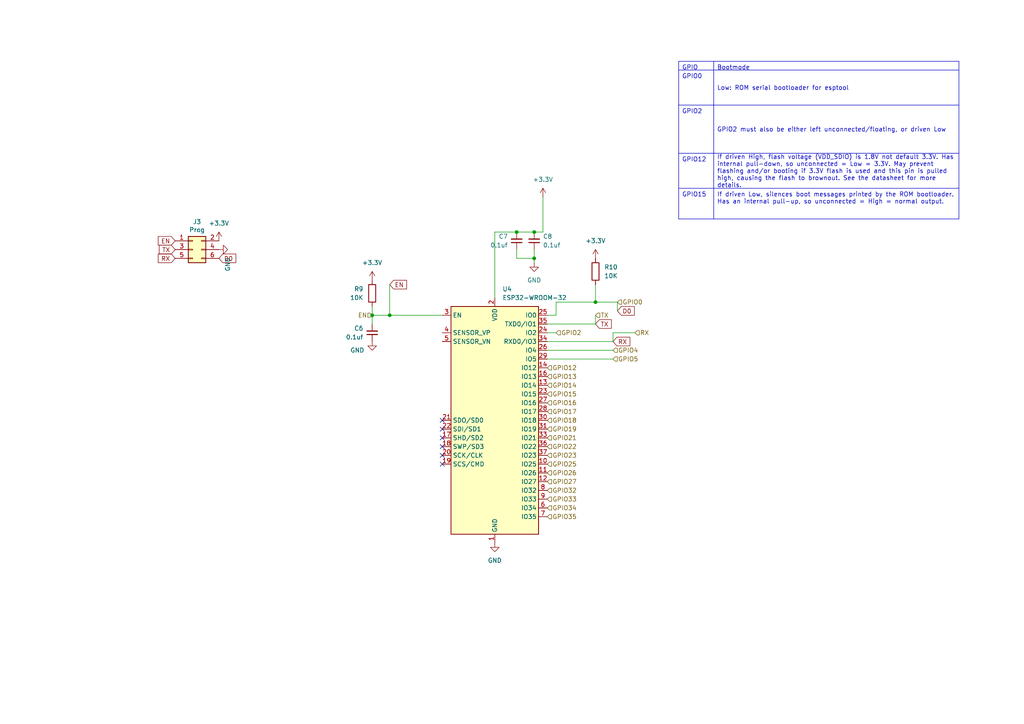
<source format=kicad_sch>
(kicad_sch (version 20250114) (generator "eeschema") (generator_version "9.0")
  (paper "A4")
  (lib_symbols
    (symbol "+3.3V_3" (power) (pin_names (offset 0))
      (property "Value" "+3.3V_3" (at 0 3.556 0))
      (symbol "+3.3V_3_0_1"
        (polyline (pts (xy -0.762 1.27) (xy 0 2.54)))
        (polyline (pts (xy 0 2.54) (xy 0.762 1.27)))
        (polyline (pts (xy 0 0) (xy 0 2.54)))
      )
      (symbol "+3.3V_3_1_1"
        (pin power_in line (at 0 0 90) (length 0) (hide yes) (name "+3.3V") (number "1"))
      )
    )
    (symbol "Connector_Generic:Conn_02x03_Odd_Even" (pin_names (offset 1.016) (hide yes))
      (property "Reference" "J" (at 1.27 5.08 0))
      (property "Value" "Conn_02x03_Odd_Even" (at 1.27 -5.08 0))
      (symbol "Conn_02x03_Odd_Even_1_1"
        (rectangle (start -1.27 3.81) (end 3.81 -3.81) (stroke (width 0.254)) (fill (type background)))
        (rectangle (start -1.27 2.667) (end 0 2.413) (stroke (width 0.1524)))
        (rectangle (start -1.27 0.127) (end 0 -0.127) (stroke (width 0.1524)))
        (rectangle (start -1.27 -2.413) (end 0 -2.667) (stroke (width 0.1524)))
        (rectangle (start 3.81 2.667) (end 2.54 2.413) (stroke (width 0.1524)))
        (rectangle (start 3.81 0.127) (end 2.54 -0.127) (stroke (width 0.1524)))
        (rectangle (start 3.81 -2.413) (end 2.54 -2.667) (stroke (width 0.1524)))
        (pin passive line (at -5.08 2.54 0) (length 3.81) (name "Pin_1") (number "1"))
        (pin passive line (at -5.08 0 0) (length 3.81) (name "Pin_3") (number "3"))
        (pin passive line (at -5.08 -2.54 0) (length 3.81) (name "Pin_5") (number "5"))
        (pin passive line (at 7.62 2.54 180) (length 3.81) (name "Pin_2") (number "2"))
        (pin passive line (at 7.62 0 180) (length 3.81) (name "Pin_4") (number "4"))
        (pin passive line (at 7.62 -2.54 180) (length 3.81) (name "Pin_6") (number "6"))
      )
    )
    (symbol "Device:C_Small" (pin_numbers (hide yes)) (pin_names (offset 0.254) (hide yes))
      (property "Reference" "C" (at 0.254 1.778 0))
      (property "Value" "C_Small" (at 0.254 -2.032 0))
      (symbol "C_Small_0_1"
        (polyline (pts (xy -1.524 0.508) (xy 1.524 0.508)) (stroke (width 0.3048)))
        (polyline (pts (xy -1.524 -0.508) (xy 1.524 -0.508)) (stroke (width 0.3302)))
      )
      (symbol "C_Small_1_1"
        (pin passive line (at 0 2.54 270) (length 2.032) (name "~") (number "1"))
        (pin passive line (at 0 -2.54 90) (length 2.032) (name "~") (number "2"))
      )
    )
    (symbol "Device:R" (pin_numbers (hide yes)) (pin_names (offset 0))
      (property "Reference" "R" (at 2.032 0 90))
      (property "Value" "R" (at 0 0 90))
      (symbol "R_0_1"
        (rectangle (start -1.016 -2.54) (end 1.016 2.54) (stroke (width 0.254)))
      )
      (symbol "R_1_1"
        (pin passive line (at 0 3.81 270) (length 1.27) (name "~") (number "1"))
        (pin passive line (at 0 -3.81 90) (length 1.27) (name "~") (number "2"))
      )
    )
    (symbol "GND_22" (power) (pin_names (offset 0))
      (property "Value" "GND_22" (at 0 -3.81 0))
      (symbol "GND_22_0_1"
        (polyline (pts (xy 0 0) (xy 0 -1.27) (xy 1.27 -1.27) (xy 0 -2.54) (xy -1.27 -1.27) (xy 0 -1.27)))
      )
      (symbol "GND_22_1_1"
        (pin power_in line (at 0 0 270) (length 0) (hide yes) (name "GND") (number "1"))
      )
    )
    (symbol "RF_Module:ESP32-WROOM-32"
      (property "Reference" "U" (at -12.7 34.29 0))
      (property "Value" "ESP32-WROOM-32" (at 1.27 34.29 0))
      (symbol "ESP32-WROOM-32_0_1"
        (rectangle (start -12.7 33.02) (end 12.7 -33.02) (stroke (width 0.254)) (fill (type background)))
      )
      (symbol "ESP32-WROOM-32_1_1"
        (pin input line (at -15.24 30.48 0) (length 2.54) (name "EN") (number "3"))
        (pin input line (at -15.24 25.4 0) (length 2.54) (name "SENSOR_VP") (number "4"))
        (pin input line (at -15.24 22.86 0) (length 2.54) (name "SENSOR_VN") (number "5"))
        (pin bidirectional line (at -15.24 0 0) (length 2.54) (name "SDO/SD0") (number "21"))
        (pin bidirectional line (at -15.24 -2.54 0) (length 2.54) (name "SDI/SD1") (number "22"))
        (pin bidirectional line (at -15.24 -5.08 0) (length 2.54) (name "SHD/SD2") (number "17"))
        (pin bidirectional line (at -15.24 -7.62 0) (length 2.54) (name "SWP/SD3") (number "18"))
        (pin bidirectional line (at -15.24 -10.16 0) (length 2.54) (name "SCK/CLK") (number "20"))
        (pin bidirectional line (at -15.24 -12.7 0) (length 2.54) (name "SCS/CMD") (number "19"))
        (pin no_connect line (at -12.7 -27.94 0) (length 2.54) (hide yes) (name "NC") (number "32"))
        (pin power_in line (at 0 35.56 270) (length 2.54) (name "VDD") (number "2"))
        (pin power_in line (at 0 -35.56 90) (length 2.54) (name "GND") (number "1"))
        (pin passive line (at 0 -35.56 90) (length 2.54) (hide yes) (name "GND") (number "15"))
        (pin passive line (at 0 -35.56 90) (length 2.54) (hide yes) (name "GND") (number "38"))
        (pin passive line (at 0 -35.56 90) (length 2.54) (hide yes) (name "GND") (number "39"))
        (pin bidirectional line (at 15.24 30.48 180) (length 2.54) (name "IO0") (number "25"))
        (pin bidirectional line (at 15.24 27.94 180) (length 2.54) (name "TXD0/IO1") (number "35"))
        (pin bidirectional line (at 15.24 25.4 180) (length 2.54) (name "IO2") (number "24"))
        (pin bidirectional line (at 15.24 22.86 180) (length 2.54) (name "RXD0/IO3") (number "34"))
        (pin bidirectional line (at 15.24 20.32 180) (length 2.54) (name "IO4") (number "26"))
        (pin bidirectional line (at 15.24 17.78 180) (length 2.54) (name "IO5") (number "29"))
        (pin bidirectional line (at 15.24 15.24 180) (length 2.54) (name "IO12") (number "14"))
        (pin bidirectional line (at 15.24 12.7 180) (length 2.54) (name "IO13") (number "16"))
        (pin bidirectional line (at 15.24 10.16 180) (length 2.54) (name "IO14") (number "13"))
        (pin bidirectional line (at 15.24 7.62 180) (length 2.54) (name "IO15") (number "23"))
        (pin bidirectional line (at 15.24 5.08 180) (length 2.54) (name "IO16") (number "27"))
        (pin bidirectional line (at 15.24 2.54 180) (length 2.54) (name "IO17") (number "28"))
        (pin bidirectional line (at 15.24 0 180) (length 2.54) (name "IO18") (number "30"))
        (pin bidirectional line (at 15.24 -2.54 180) (length 2.54) (name "IO19") (number "31"))
        (pin bidirectional line (at 15.24 -5.08 180) (length 2.54) (name "IO21") (number "33"))
        (pin bidirectional line (at 15.24 -7.62 180) (length 2.54) (name "IO22") (number "36"))
        (pin bidirectional line (at 15.24 -10.16 180) (length 2.54) (name "IO23") (number "37"))
        (pin bidirectional line (at 15.24 -12.7 180) (length 2.54) (name "IO25") (number "10"))
        (pin bidirectional line (at 15.24 -15.24 180) (length 2.54) (name "IO26") (number "11"))
        (pin bidirectional line (at 15.24 -17.78 180) (length 2.54) (name "IO27") (number "12"))
        (pin bidirectional line (at 15.24 -20.32 180) (length 2.54) (name "IO32") (number "8"))
        (pin bidirectional line (at 15.24 -22.86 180) (length 2.54) (name "IO33") (number "9"))
        (pin input line (at 15.24 -25.4 180) (length 2.54) (name "IO34") (number "6"))
        (pin input line (at 15.24 -27.94 180) (length 2.54) (name "IO35") (number "7"))
      )
    )
  )
  (junction (at 154.94 74.93))
  (junction (at 172.72 87.63))
  (junction (at 154.94 67.31))
  (junction (at 149.86 67.31))
  (junction (at 107.95 91.44))
  (junction (at 113.03 91.44))
  (no_connect (at 128.27 121.92))
  (no_connect (at 128.27 127))
  (no_connect (at 128.27 132.08))
  (no_connect (at 128.27 129.54))
  (no_connect (at 128.27 134.62))
  (no_connect (at 128.27 124.46))
  (wire (pts (xy 113.03 82.55) (xy 113.03 91.44)))
  (wire (pts (xy 149.86 67.31) (xy 154.94 67.31)))
  (wire (pts (xy 149.86 72.39) (xy 149.86 74.93)))
  (wire (pts (xy 157.48 67.31) (xy 154.94 67.31)))
  (wire (pts (xy 177.8 104.14) (xy 158.75 104.14)))
  (wire (pts (xy 149.86 67.31) (xy 143.51 67.31)))
  (wire (pts (xy 107.95 93.98) (xy 107.95 91.44)))
  (wire (pts (xy 157.48 57.15) (xy 157.48 67.31)))
  (wire (pts (xy 107.95 88.9) (xy 107.95 91.44)))
  (wire (pts (xy 172.72 82.55) (xy 172.72 87.63)))
  (wire (pts (xy 161.29 91.44) (xy 161.29 87.63)))
  (wire (pts (xy 179.07 87.63) (xy 172.72 87.63)))
  (wire (pts (xy 158.75 91.44) (xy 161.29 91.44)))
  (wire (pts (xy 113.03 91.44) (xy 128.27 91.44)))
  (wire (pts (xy 154.94 72.39) (xy 154.94 74.93)))
  (wire (pts (xy 161.29 87.63) (xy 172.72 87.63)))
  (wire (pts (xy 158.75 101.6) (xy 177.8 101.6)))
  (wire (pts (xy 172.72 91.44) (xy 172.72 93.98)))
  (wire (pts (xy 161.29 96.52) (xy 158.75 96.52)))
  (wire (pts (xy 179.07 87.63) (xy 179.07 90.17)))
  (wire (pts (xy 143.51 67.31) (xy 143.51 86.36)))
  (wire (pts (xy 158.75 93.98) (xy 172.72 93.98)))
  (wire (pts (xy 184.15 96.52) (xy 177.8 96.52)))
  (wire (pts (xy 154.94 74.93) (xy 154.94 76.2)))
  (wire (pts (xy 177.8 96.52) (xy 177.8 99.06)))
  (wire (pts (xy 149.86 74.93) (xy 154.94 74.93)))
  (wire (pts (xy 158.75 99.06) (xy 177.8 99.06)))
  (wire (pts (xy 107.95 91.44) (xy 113.03 91.44)))
  (table (column_count 2) (border (external yes) (header yes)) (separators (rows yes) (cols yes)) (column_widths 10.16 71.12) (row_heights 2.54 10.16 13.97 10.16 8.89) (cells (table_cell "GPIO" (at 196.85 17.78 0) (size 10.16 2.54) (margins 0.9525 0.9525 0.9525 0.9525) (span 1 1)) (table_cell "Bootmode" (at 207.01 17.78 0) (size 71.12 2.54) (margins 0.9525 0.9525 0.9525 0.9525) (span 1 1)) (table_cell "GPIO0" (at 196.85 20.32 0) (size 10.16 10.16) (margins 0.9525 0.9525 0.9525 0.9525) (span 1 1)) (table_cell "Low: ROM serial bootloader for esptool" (at 207.01 20.32 0) (size 71.12 10.16) (margins 0.9525 0.9525 0.9525 0.9525) (span 1 1)) (table_cell "GPIO2" (at 196.85 30.48 0) (size 10.16 13.97) (margins 0.9525 0.9525 0.9525 0.9525) (span 1 1)) (table_cell "GPIO2 must also be either left unconnected/floating, or driven Low" (at 207.01 30.48 0) (size 71.12 13.97) (margins 0.9525 0.9525 0.9525 0.9525) (span 1 1)) (table_cell "GPIO12 " (at 196.85 44.45 0) (size 10.16 10.16) (margins 0.9525 0.9525 0.9525 0.9525) (span 1 1)) (table_cell "If driven High, flash voltage (VDD_SDIO) is 1.8V not default 3.3V. Has internal pull-down, so unconnected = Low = 3.3V. May prevent flashing and/or booting if 3.3V flash is used and this pin is pulled high, causing the flash to brownout. See the datasheet for more details." (at 207.01 44.45 0) (size 71.12 10.16) (margins 0.9525 0.9525 0.9525 0.9525) (span 1 1)) (table_cell "GPIO15" (at 196.85 54.61 0) (size 10.16 8.89) (margins 0.9525 0.9525 0.9525 0.9525) (span 1 1)) (table_cell "If driven Low, silences boot messages printed by the ROM bootloader. Has an internal pull-up, so unconnected = High = normal output." (at 207.01 54.61 0) (size 71.12 8.89) (margins 0.9525 0.9525 0.9525 0.9525) (span 1 1))))
  (global_label "EN" (shape input) (at 113.03 82.55 0) (property "Intersheetrefs" "${INTERSHEET_REFS}" (effects (hide yes))))
  (global_label "RX" (shape input) (at 50.8 74.93 180) (property "Intersheetrefs" "${INTERSHEET_REFS}" (effects (hide yes))))
  (global_label "EN" (shape input) (at 50.8 69.85 180) (property "Intersheetrefs" "${INTERSHEET_REFS}" (effects (hide yes))))
  (global_label "D0" (shape input) (at 179.07 90.17 0) (property "Intersheetrefs" "${INTERSHEET_REFS}" (effects (hide yes))))
  (global_label "TX" (shape input) (at 172.72 93.98 0) (property "Intersheetrefs" "${INTERSHEET_REFS}" (effects (hide yes))))
  (global_label "TX" (shape input) (at 50.8 72.39 180) (property "Intersheetrefs" "${INTERSHEET_REFS}" (effects (hide yes))))
  (global_label "D0" (shape input) (at 63.5 74.93 0) (property "Intersheetrefs" "${INTERSHEET_REFS}" (effects (hide yes))))
  (global_label "RX" (shape input) (at 177.8 99.06 0) (property "Intersheetrefs" "${INTERSHEET_REFS}" (effects (hide yes))))
  (hierarchical_label "GPIO2" (shape input) (at 161.29 96.52 0))
  (hierarchical_label "GPIO35" (shape input) (at 158.75 149.86 0))
  (hierarchical_label "GPIO21" (shape input) (at 158.75 127 0))
  (hierarchical_label "TX" (shape input) (at 172.72 91.44 0))
  (hierarchical_label "GPIO33" (shape input) (at 158.75 144.78 0))
  (hierarchical_label "GPIO18" (shape input) (at 158.75 121.92 0))
  (hierarchical_label "GPIO13" (shape input) (at 158.75 109.22 0))
  (hierarchical_label "GPIO34" (shape input) (at 158.75 147.32 0))
  (hierarchical_label "GPIO32" (shape input) (at 158.75 142.24 0))
  (hierarchical_label "GPIO23" (shape input) (at 158.75 132.08 0))
  (hierarchical_label "GPIO26" (shape input) (at 158.75 137.16 0))
  (hierarchical_label "GPIO17" (shape input) (at 158.75 119.38 0))
  (hierarchical_label "GPIO27" (shape input) (at 158.75 139.7 0))
  (hierarchical_label "GPIO5" (shape input) (at 177.8 104.14 0))
  (hierarchical_label "GPIO22" (shape input) (at 158.75 129.54 0))
  (hierarchical_label "GPIO4" (shape input) (at 177.8 101.6 0))
  (hierarchical_label "GPIO16" (shape input) (at 158.75 116.84 0))
  (hierarchical_label "RX" (shape input) (at 184.15 96.52 0))
  (hierarchical_label "GPIO15" (shape input) (at 158.75 114.3 0))
  (hierarchical_label "EN" (shape input) (at 107.95 91.44 180))
  (hierarchical_label "GPIO14" (shape input) (at 158.75 111.76 0))
  (hierarchical_label "GPIO0" (shape input) (at 179.07 87.63 0))
  (hierarchical_label "GPIO12" (shape input) (at 158.75 106.68 0))
  (hierarchical_label "GPIO25" (shape input) (at 158.75 134.62 0))
  (hierarchical_label "GPIO19" (shape input) (at 158.75 124.46 0))
  (symbol (lib_id "Device:R") (at 107.95 85.09 0) (mirror y) (unit 1)
    (property "Reference" "R9" (at 105.41 83.8199 0) (effects (justify left)))
    (property "Value" "10K" (at 105.41 86.3599 0) (effects (justify left)))
    (property "Footprint" "Resistor_SMD:R_0603_1608Metric" (effects (hide yes)))
    (property "LINK" "https://www.digikey.com/en/products/detail/stackpole-electronics-inc/RMCF0805JT10K0/1757762" (effects (hide yes)))
    (instances (project "CONTROL WIFI ESP32 S3 V4.0" (path "" (reference "R9") (unit 1))) (project "TocBoatReceiver" (path "" (reference "R5") (unit 1))))
  )
  (symbol (lib_id "Device:C_Small") (at 154.94 69.85 180) (unit 1)
    (property "Reference" "C8" (at 157.48 68.5736 0) (effects (justify right)))
    (property "Value" "0.1uf" (at 157.48 71.1136 0) (effects (justify right)))
    (property "Footprint" "Capacitor_SMD:C_0603_1608Metric" (effects (hide yes)))
    (property "LINK" "https://www.digikey.com/en/products/detail/samsung-electro-mechanics/CL21B104KBCNNNC/3886661" (effects (hide yes)))
    (instances (project "CONTROL WIFI ESP32 S3 V4.0" (path "" (reference "C8") (unit 1))) (project "TocBoatReceiver" (path "" (reference "C3") (unit 1))))
  )
  (symbol (lib_name "+3.3V_3") (lib_id "power:+3.3V") (at 172.72 74.93 0) (mirror y) (unit 1)
    (property "Reference" "#PWR026" (effects (hide yes)))
    (property "Value" "+3.3V" (at 172.72 69.85 0))
    (instances (project "TocBoatReceiver" (path "" (reference "#PWR026") (unit 1))) (project "TocBoatReceiver" (path "" (reference "#PWR06") (unit 1))))
  )
  (symbol (lib_name "GND_22") (lib_id "power:GND") (at 154.94 76.2 0) (unit 1)
    (property "Reference" "#PWR024" (effects (hide yes)))
    (property "Value" "GND" (at 154.94 81.28 0))
    (instances (project "CONTROL WIFI ESP32 S3 V4.0" (path "" (reference "#PWR024") (unit 1))) (project "TocBoatReceiver" (path "" (reference "#PWR032") (unit 1))))
  )
  (symbol (lib_name "GND_22") (lib_id "power:GND") (at 143.51 157.48 0) (unit 1)
    (property "Reference" "#PWR023" (effects (hide yes)))
    (property "Value" "GND" (at 143.51 162.56 0))
    (instances (project "CONTROL WIFI ESP32 S3 V4.0" (path "" (reference "#PWR023") (unit 1))) (project "TocBoatReceiver" (path "" (reference "#PWR029") (unit 1))))
  )
  (symbol (lib_name "+3.3V_3") (lib_id "power:+3.3V") (at 63.5 69.85 0) (unit 1)
    (property "Reference" "#PWR019" (effects (hide yes)))
    (property "Value" "+3.3V" (at 63.5 64.77 0))
  )
  (symbol (lib_name "+3.3V_3") (lib_id "power:+3.3V") (at 157.48 57.15 0) (unit 1)
    (property "Reference" "#PWR025" (effects (hide yes)))
    (property "Value" "+3.3V" (at 157.48 52.07 0))
    (instances (project "CONTROL WIFI ESP32 S3 V4.0" (path "" (reference "#PWR025") (unit 1))) (project "TocBoatReceiver" (path "" (reference "#PWR033") (unit 1))))
  )
  (symbol (lib_name "GND_22") (lib_id "power:GND") (at 63.5 72.39 90) (unit 1)
    (property "Reference" "#PWR020" (effects (hide yes)))
    (property "Value" "GND" (at 66.04 76.708 0))
  )
  (symbol (lib_id "Device:R") (at 172.72 78.74 0) (unit 1)
    (property "Reference" "R10" (at 175.26 77.4699 0) (effects (justify left)))
    (property "Value" "10K" (at 175.26 80.0099 0) (effects (justify left)))
    (property "Footprint" "Resistor_SMD:R_0603_1608Metric" (effects (hide yes)))
    (property "LINK" "https://www.digikey.com/en/products/detail/stackpole-electronics-inc/RMCF0805JT10K0/1757762" (effects (hide yes)))
    (instances (project "TocBoatReceiver" (path "" (reference "R10") (unit 1))) (project "TocBoatReceiver" (path "" (reference "R1") (unit 1))))
  )
  (symbol (lib_id "RF_Module:ESP32-WROOM-32") (at 143.51 121.92 0) (unit 1)
    (property "Reference" "U4" (at 145.7041 83.82 0) (effects (justify left)))
    (property "Value" "ESP32-WROOM-32" (at 145.7041 86.36 0) (effects (justify left)))
    (property "Footprint" "RF_Module:ESP32-WROOM-32" (effects (hide yes)))
    (property "Datasheet" "https://www.espressif.com/sites/default/files/documentation/esp32-wroom-32_datasheet_en.pdf" (effects (hide yes)))
    (property "Description" "RF Module, ESP32-D0WDQ6 SoC, Wi-Fi 802.11b/g/n, Bluetooth, BLE, 32-bit, 2.7-3.6V, onboard antenna, SMD" (effects (hide yes)))
    (instances (project "" (path "" (reference "U4") (unit 1))) (project "" (path "" (reference "U3") (unit 1))))
  )
  (symbol (lib_name "GND_22") (lib_id "power:GND") (at 107.95 99.06 0) (unit 1)
    (property "Reference" "#PWR022" (effects (hide yes)))
    (property "Value" "GND" (at 103.632 101.6 0))
    (instances (project "CONTROL WIFI ESP32 S3 V4.0" (path "" (reference "#PWR022") (unit 1))) (project "TocBoatReceiver" (path "" (reference "#PWR011") (unit 1))))
  )
  (symbol (lib_id "Device:C_Small") (at 107.95 96.52 0) (mirror x) (unit 1)
    (property "Reference" "C6" (at 105.41 95.2436 0) (effects (justify right)))
    (property "Value" "0.1uf" (at 105.41 97.7836 0) (effects (justify right)))
    (property "Footprint" "Capacitor_SMD:C_0603_1608Metric" (effects (hide yes)))
    (property "LINK" "https://www.digikey.com/en/products/detail/samsung-electro-mechanics/CL21B104KBCNNNC/3886661" (effects (hide yes)))
    (instances (project "CONTROL WIFI ESP32 S3 V4.0" (path "" (reference "C6") (unit 1))) (project "TocBoatReceiver" (path "" (reference "C1") (unit 1))))
  )
  (symbol (lib_id "Connector_Generic:Conn_02x03_Odd_Even") (at 55.88 72.39 0) (unit 1)
    (property "Reference" "J3" (at 57.15 64.3382 0))
    (property "Value" "Prog" (at 57.15 66.6496 0))
    (property "Footprint" "Connector_PinHeader_1.27mm:PinHeader_2x03_P1.27mm_Vertical_SMD" (effects (hide yes)))
    (instances (project "CONTROL WIFI ESP32 S3 V4.0" (path "" (reference "J3") (unit 1))) (project "TocBoatReceiver" (path "" (reference "J1") (unit 1))))
  )
  (symbol (lib_name "+3.3V_3") (lib_id "power:+3.3V") (at 107.95 81.28 0) (unit 1)
    (property "Reference" "#PWR021" (effects (hide yes)))
    (property "Value" "+3.3V" (at 107.95 76.2 0))
    (instances (project "CONTROL WIFI ESP32 S3 V4.0" (path "" (reference "#PWR021") (unit 1))) (project "TocBoatReceiver" (path "" (reference "#PWR010") (unit 1))))
  )
  (symbol (lib_id "Device:C_Small") (at 149.86 69.85 0) (mirror x) (unit 1)
    (property "Reference" "C7" (at 147.32 68.5736 0) (effects (justify right)))
    (property "Value" "0.1uf" (at 147.32 71.1136 0) (effects (justify right)))
    (property "Footprint" "Capacitor_SMD:C_0603_1608Metric" (effects (hide yes)))
    (property "LINK" "https://www.digikey.com/en/products/detail/samsung-electro-mechanics/CL21B104KBCNNNC/3886661" (effects (hide yes)))
    (instances (project "CONTROL WIFI ESP32 S3 V4.0" (path "" (reference "C7") (unit 1))) (project "TocBoatReceiver" (path "" (reference "C2") (unit 1))))
  )
)
</source>
